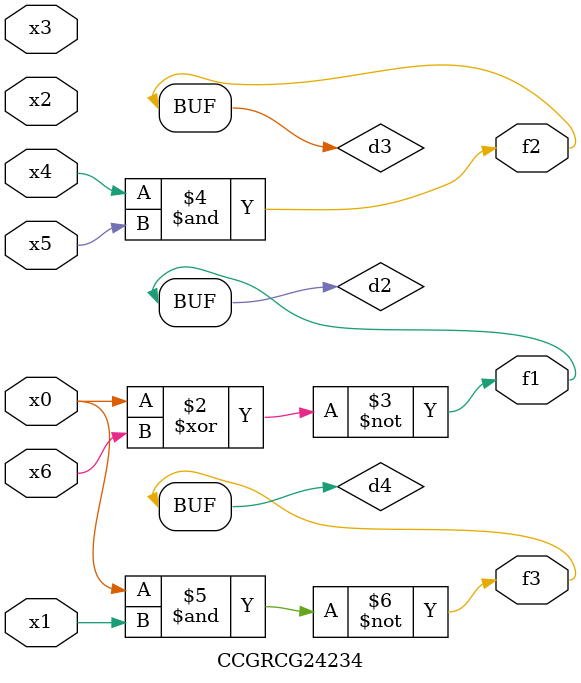
<source format=v>
module CCGRCG24234(
	input x0, x1, x2, x3, x4, x5, x6,
	output f1, f2, f3
);

	wire d1, d2, d3, d4;

	nor (d1, x0);
	xnor (d2, x0, x6);
	and (d3, x4, x5);
	nand (d4, x0, x1);
	assign f1 = d2;
	assign f2 = d3;
	assign f3 = d4;
endmodule

</source>
